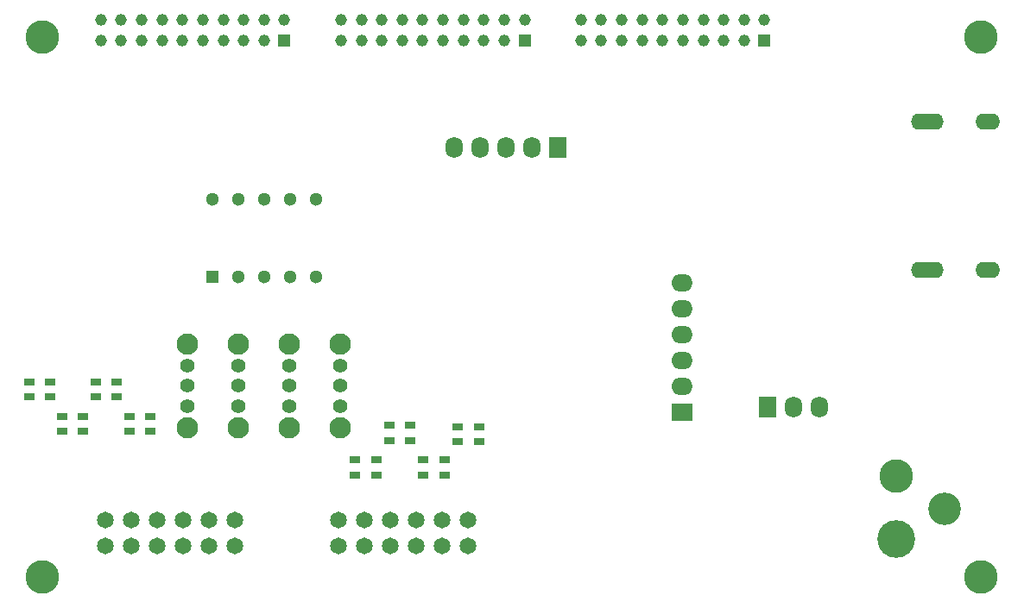
<source format=gbs>
G04*
G04 #@! TF.GenerationSoftware,Altium Limited,Altium Designer,25.2.1 (25)*
G04*
G04 Layer_Color=16711935*
%FSLAX25Y25*%
%MOIN*%
G70*
G04*
G04 #@! TF.SameCoordinates,382838D2-828E-4769-9F82-A9EE904C746A*
G04*
G04*
G04 #@! TF.FilePolarity,Negative*
G04*
G01*
G75*
%ADD68C,0.05512*%
%ADD69C,0.08268*%
%ADD70C,0.14567*%
%ADD71C,0.12992*%
%ADD72C,0.12598*%
%ADD73C,0.04528*%
%ADD74R,0.04528X0.04528*%
%ADD75O,0.06693X0.08268*%
%ADD76R,0.06693X0.08268*%
%ADD77O,0.12598X0.06299*%
%ADD78O,0.09449X0.06299*%
%ADD79C,0.06496*%
%ADD80O,0.08268X0.06693*%
%ADD81R,0.08268X0.06693*%
%ADD82C,0.05118*%
%ADD83R,0.05118X0.05118*%
%ADD114R,0.03937X0.02756*%
D68*
X71850Y89527D02*
D03*
Y81653D02*
D03*
Y97401D02*
D03*
X130905Y89527D02*
D03*
Y81653D02*
D03*
Y97401D02*
D03*
X111221D02*
D03*
Y81653D02*
D03*
Y89527D02*
D03*
X91535Y97401D02*
D03*
Y81653D02*
D03*
Y89527D02*
D03*
D69*
X71850Y105669D02*
D03*
Y73386D02*
D03*
X130905Y105669D02*
D03*
Y73386D02*
D03*
X111221D02*
D03*
Y105669D02*
D03*
X91535Y73386D02*
D03*
Y105669D02*
D03*
D70*
X345472Y30315D02*
D03*
D71*
Y54724D02*
D03*
X377953Y15748D02*
D03*
X15748D02*
D03*
Y224410D02*
D03*
X377953D02*
D03*
D72*
X363976Y42126D02*
D03*
D73*
X131103Y222992D02*
D03*
X138977D02*
D03*
X146851D02*
D03*
X154725D02*
D03*
X162599D02*
D03*
X170473D02*
D03*
X178347D02*
D03*
X186221D02*
D03*
X194095D02*
D03*
X131103Y230866D02*
D03*
X138977D02*
D03*
X146851D02*
D03*
X154725D02*
D03*
X162599D02*
D03*
X170473D02*
D03*
X178347D02*
D03*
X186221D02*
D03*
X194095D02*
D03*
X201969D02*
D03*
X109252D02*
D03*
X101378D02*
D03*
X93504D02*
D03*
X85630D02*
D03*
X77756D02*
D03*
X69882D02*
D03*
X62008D02*
D03*
X54134D02*
D03*
X46260D02*
D03*
X38386D02*
D03*
X101378Y222992D02*
D03*
X93504D02*
D03*
X85630D02*
D03*
X77756D02*
D03*
X69882D02*
D03*
X62008D02*
D03*
X54134D02*
D03*
X46260D02*
D03*
X38386D02*
D03*
X223720D02*
D03*
X231594D02*
D03*
X239468D02*
D03*
X247342D02*
D03*
X255216D02*
D03*
X263090D02*
D03*
X270964D02*
D03*
X278838D02*
D03*
X286713D02*
D03*
X223720Y230866D02*
D03*
X231594D02*
D03*
X239468D02*
D03*
X247342D02*
D03*
X255216D02*
D03*
X263090D02*
D03*
X270964D02*
D03*
X278838D02*
D03*
X286713D02*
D03*
X294586D02*
D03*
D74*
X201969Y222992D02*
D03*
X109252D02*
D03*
X294586D02*
D03*
D75*
X315709Y81260D02*
D03*
X305709D02*
D03*
X204921Y181496D02*
D03*
X194921D02*
D03*
X184921D02*
D03*
X174921D02*
D03*
D76*
X295709Y81260D02*
D03*
X214921Y181496D02*
D03*
D77*
X357283Y191535D02*
D03*
Y134449D02*
D03*
D78*
X380748Y191535D02*
D03*
Y134449D02*
D03*
D79*
X40146Y37780D02*
D03*
Y27779D02*
D03*
X50146Y37780D02*
D03*
Y27779D02*
D03*
X60146Y37780D02*
D03*
Y27779D02*
D03*
X70146Y37780D02*
D03*
Y27779D02*
D03*
X80146Y37780D02*
D03*
Y27779D02*
D03*
X90146Y37780D02*
D03*
Y27779D02*
D03*
X130146Y37780D02*
D03*
Y27779D02*
D03*
X140146Y37780D02*
D03*
Y27779D02*
D03*
X150146Y37780D02*
D03*
Y27779D02*
D03*
X160146Y37780D02*
D03*
Y27779D02*
D03*
X170146Y37780D02*
D03*
Y27779D02*
D03*
X180146Y37780D02*
D03*
Y27779D02*
D03*
D80*
X262795Y129449D02*
D03*
Y89449D02*
D03*
Y99449D02*
D03*
Y109449D02*
D03*
Y119449D02*
D03*
D81*
Y79449D02*
D03*
D82*
X121378Y161575D02*
D03*
X111378D02*
D03*
X101378D02*
D03*
X91378D02*
D03*
X81378D02*
D03*
X121378Y131575D02*
D03*
X111378D02*
D03*
X101378D02*
D03*
X91378D02*
D03*
D83*
X81378D02*
D03*
D114*
X10827Y91142D02*
D03*
Y85236D02*
D03*
X23552Y71903D02*
D03*
Y77808D02*
D03*
X18701Y91142D02*
D03*
Y85236D02*
D03*
X31426Y71903D02*
D03*
Y77808D02*
D03*
X36417Y91142D02*
D03*
Y85236D02*
D03*
X49409Y71850D02*
D03*
Y77756D02*
D03*
X44291Y91142D02*
D03*
Y85236D02*
D03*
X57284Y71850D02*
D03*
Y77756D02*
D03*
X136417Y60827D02*
D03*
Y54921D02*
D03*
X149803Y68307D02*
D03*
Y74213D02*
D03*
X144685Y60827D02*
D03*
Y54921D02*
D03*
X157677Y68307D02*
D03*
Y74213D02*
D03*
X162795Y60827D02*
D03*
Y54921D02*
D03*
X176181Y67913D02*
D03*
Y73819D02*
D03*
X171063Y60827D02*
D03*
Y54921D02*
D03*
X184449Y67913D02*
D03*
Y73819D02*
D03*
M02*

</source>
